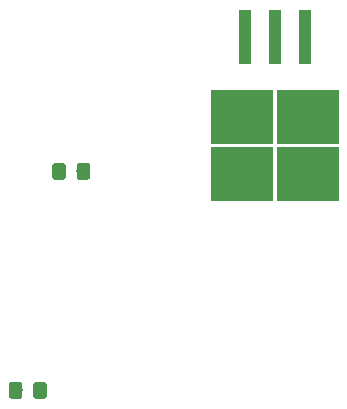
<source format=gbr>
G04 #@! TF.GenerationSoftware,KiCad,Pcbnew,(5.1.4)-1*
G04 #@! TF.CreationDate,2020-06-30T20:05:52+02:00*
G04 #@! TF.ProjectId,ReflowControllerREV1,5265666c-6f77-4436-9f6e-74726f6c6c65,rev?*
G04 #@! TF.SameCoordinates,Original*
G04 #@! TF.FileFunction,Paste,Bot*
G04 #@! TF.FilePolarity,Positive*
%FSLAX46Y46*%
G04 Gerber Fmt 4.6, Leading zero omitted, Abs format (unit mm)*
G04 Created by KiCad (PCBNEW (5.1.4)-1) date 2020-06-30 20:05:52*
%MOMM*%
%LPD*%
G04 APERTURE LIST*
%ADD10C,0.100000*%
%ADD11C,1.150000*%
%ADD12R,5.250000X4.550000*%
%ADD13R,1.100000X4.600000*%
G04 APERTURE END LIST*
D10*
G36*
X202542505Y-103949204D02*
G01*
X202566773Y-103952804D01*
X202590572Y-103958765D01*
X202613671Y-103967030D01*
X202635850Y-103977520D01*
X202656893Y-103990132D01*
X202676599Y-104004747D01*
X202694777Y-104021223D01*
X202711253Y-104039401D01*
X202725868Y-104059107D01*
X202738480Y-104080150D01*
X202748970Y-104102329D01*
X202757235Y-104125428D01*
X202763196Y-104149227D01*
X202766796Y-104173495D01*
X202768000Y-104197999D01*
X202768000Y-105098001D01*
X202766796Y-105122505D01*
X202763196Y-105146773D01*
X202757235Y-105170572D01*
X202748970Y-105193671D01*
X202738480Y-105215850D01*
X202725868Y-105236893D01*
X202711253Y-105256599D01*
X202694777Y-105274777D01*
X202676599Y-105291253D01*
X202656893Y-105305868D01*
X202635850Y-105318480D01*
X202613671Y-105328970D01*
X202590572Y-105337235D01*
X202566773Y-105343196D01*
X202542505Y-105346796D01*
X202518001Y-105348000D01*
X201867999Y-105348000D01*
X201843495Y-105346796D01*
X201819227Y-105343196D01*
X201795428Y-105337235D01*
X201772329Y-105328970D01*
X201750150Y-105318480D01*
X201729107Y-105305868D01*
X201709401Y-105291253D01*
X201691223Y-105274777D01*
X201674747Y-105256599D01*
X201660132Y-105236893D01*
X201647520Y-105215850D01*
X201637030Y-105193671D01*
X201628765Y-105170572D01*
X201622804Y-105146773D01*
X201619204Y-105122505D01*
X201618000Y-105098001D01*
X201618000Y-104197999D01*
X201619204Y-104173495D01*
X201622804Y-104149227D01*
X201628765Y-104125428D01*
X201637030Y-104102329D01*
X201647520Y-104080150D01*
X201660132Y-104059107D01*
X201674747Y-104039401D01*
X201691223Y-104021223D01*
X201709401Y-104004747D01*
X201729107Y-103990132D01*
X201750150Y-103977520D01*
X201772329Y-103967030D01*
X201795428Y-103958765D01*
X201819227Y-103952804D01*
X201843495Y-103949204D01*
X201867999Y-103948000D01*
X202518001Y-103948000D01*
X202542505Y-103949204D01*
X202542505Y-103949204D01*
G37*
D11*
X202193000Y-104648000D03*
D10*
G36*
X200492505Y-103949204D02*
G01*
X200516773Y-103952804D01*
X200540572Y-103958765D01*
X200563671Y-103967030D01*
X200585850Y-103977520D01*
X200606893Y-103990132D01*
X200626599Y-104004747D01*
X200644777Y-104021223D01*
X200661253Y-104039401D01*
X200675868Y-104059107D01*
X200688480Y-104080150D01*
X200698970Y-104102329D01*
X200707235Y-104125428D01*
X200713196Y-104149227D01*
X200716796Y-104173495D01*
X200718000Y-104197999D01*
X200718000Y-105098001D01*
X200716796Y-105122505D01*
X200713196Y-105146773D01*
X200707235Y-105170572D01*
X200698970Y-105193671D01*
X200688480Y-105215850D01*
X200675868Y-105236893D01*
X200661253Y-105256599D01*
X200644777Y-105274777D01*
X200626599Y-105291253D01*
X200606893Y-105305868D01*
X200585850Y-105318480D01*
X200563671Y-105328970D01*
X200540572Y-105337235D01*
X200516773Y-105343196D01*
X200492505Y-105346796D01*
X200468001Y-105348000D01*
X199817999Y-105348000D01*
X199793495Y-105346796D01*
X199769227Y-105343196D01*
X199745428Y-105337235D01*
X199722329Y-105328970D01*
X199700150Y-105318480D01*
X199679107Y-105305868D01*
X199659401Y-105291253D01*
X199641223Y-105274777D01*
X199624747Y-105256599D01*
X199610132Y-105236893D01*
X199597520Y-105215850D01*
X199587030Y-105193671D01*
X199578765Y-105170572D01*
X199572804Y-105146773D01*
X199569204Y-105122505D01*
X199568000Y-105098001D01*
X199568000Y-104197999D01*
X199569204Y-104173495D01*
X199572804Y-104149227D01*
X199578765Y-104125428D01*
X199587030Y-104102329D01*
X199597520Y-104080150D01*
X199610132Y-104059107D01*
X199624747Y-104039401D01*
X199641223Y-104021223D01*
X199659401Y-104004747D01*
X199679107Y-103990132D01*
X199700150Y-103977520D01*
X199722329Y-103967030D01*
X199745428Y-103958765D01*
X199769227Y-103952804D01*
X199793495Y-103949204D01*
X199817999Y-103948000D01*
X200468001Y-103948000D01*
X200492505Y-103949204D01*
X200492505Y-103949204D01*
G37*
D11*
X200143000Y-104648000D03*
D10*
G36*
X196809505Y-122491204D02*
G01*
X196833773Y-122494804D01*
X196857572Y-122500765D01*
X196880671Y-122509030D01*
X196902850Y-122519520D01*
X196923893Y-122532132D01*
X196943599Y-122546747D01*
X196961777Y-122563223D01*
X196978253Y-122581401D01*
X196992868Y-122601107D01*
X197005480Y-122622150D01*
X197015970Y-122644329D01*
X197024235Y-122667428D01*
X197030196Y-122691227D01*
X197033796Y-122715495D01*
X197035000Y-122739999D01*
X197035000Y-123640001D01*
X197033796Y-123664505D01*
X197030196Y-123688773D01*
X197024235Y-123712572D01*
X197015970Y-123735671D01*
X197005480Y-123757850D01*
X196992868Y-123778893D01*
X196978253Y-123798599D01*
X196961777Y-123816777D01*
X196943599Y-123833253D01*
X196923893Y-123847868D01*
X196902850Y-123860480D01*
X196880671Y-123870970D01*
X196857572Y-123879235D01*
X196833773Y-123885196D01*
X196809505Y-123888796D01*
X196785001Y-123890000D01*
X196134999Y-123890000D01*
X196110495Y-123888796D01*
X196086227Y-123885196D01*
X196062428Y-123879235D01*
X196039329Y-123870970D01*
X196017150Y-123860480D01*
X195996107Y-123847868D01*
X195976401Y-123833253D01*
X195958223Y-123816777D01*
X195941747Y-123798599D01*
X195927132Y-123778893D01*
X195914520Y-123757850D01*
X195904030Y-123735671D01*
X195895765Y-123712572D01*
X195889804Y-123688773D01*
X195886204Y-123664505D01*
X195885000Y-123640001D01*
X195885000Y-122739999D01*
X195886204Y-122715495D01*
X195889804Y-122691227D01*
X195895765Y-122667428D01*
X195904030Y-122644329D01*
X195914520Y-122622150D01*
X195927132Y-122601107D01*
X195941747Y-122581401D01*
X195958223Y-122563223D01*
X195976401Y-122546747D01*
X195996107Y-122532132D01*
X196017150Y-122519520D01*
X196039329Y-122509030D01*
X196062428Y-122500765D01*
X196086227Y-122494804D01*
X196110495Y-122491204D01*
X196134999Y-122490000D01*
X196785001Y-122490000D01*
X196809505Y-122491204D01*
X196809505Y-122491204D01*
G37*
D11*
X196460000Y-123190000D03*
D10*
G36*
X198859505Y-122491204D02*
G01*
X198883773Y-122494804D01*
X198907572Y-122500765D01*
X198930671Y-122509030D01*
X198952850Y-122519520D01*
X198973893Y-122532132D01*
X198993599Y-122546747D01*
X199011777Y-122563223D01*
X199028253Y-122581401D01*
X199042868Y-122601107D01*
X199055480Y-122622150D01*
X199065970Y-122644329D01*
X199074235Y-122667428D01*
X199080196Y-122691227D01*
X199083796Y-122715495D01*
X199085000Y-122739999D01*
X199085000Y-123640001D01*
X199083796Y-123664505D01*
X199080196Y-123688773D01*
X199074235Y-123712572D01*
X199065970Y-123735671D01*
X199055480Y-123757850D01*
X199042868Y-123778893D01*
X199028253Y-123798599D01*
X199011777Y-123816777D01*
X198993599Y-123833253D01*
X198973893Y-123847868D01*
X198952850Y-123860480D01*
X198930671Y-123870970D01*
X198907572Y-123879235D01*
X198883773Y-123885196D01*
X198859505Y-123888796D01*
X198835001Y-123890000D01*
X198184999Y-123890000D01*
X198160495Y-123888796D01*
X198136227Y-123885196D01*
X198112428Y-123879235D01*
X198089329Y-123870970D01*
X198067150Y-123860480D01*
X198046107Y-123847868D01*
X198026401Y-123833253D01*
X198008223Y-123816777D01*
X197991747Y-123798599D01*
X197977132Y-123778893D01*
X197964520Y-123757850D01*
X197954030Y-123735671D01*
X197945765Y-123712572D01*
X197939804Y-123688773D01*
X197936204Y-123664505D01*
X197935000Y-123640001D01*
X197935000Y-122739999D01*
X197936204Y-122715495D01*
X197939804Y-122691227D01*
X197945765Y-122667428D01*
X197954030Y-122644329D01*
X197964520Y-122622150D01*
X197977132Y-122601107D01*
X197991747Y-122581401D01*
X198008223Y-122563223D01*
X198026401Y-122546747D01*
X198046107Y-122532132D01*
X198067150Y-122519520D01*
X198089329Y-122509030D01*
X198112428Y-122500765D01*
X198136227Y-122494804D01*
X198160495Y-122491204D01*
X198184999Y-122490000D01*
X198835001Y-122490000D01*
X198859505Y-122491204D01*
X198859505Y-122491204D01*
G37*
D11*
X198510000Y-123190000D03*
D12*
X221215000Y-100010000D03*
X215665000Y-104860000D03*
X215665000Y-100010000D03*
X221215000Y-104860000D03*
D13*
X220980000Y-93285000D03*
X218440000Y-93285000D03*
X215900000Y-93285000D03*
M02*

</source>
